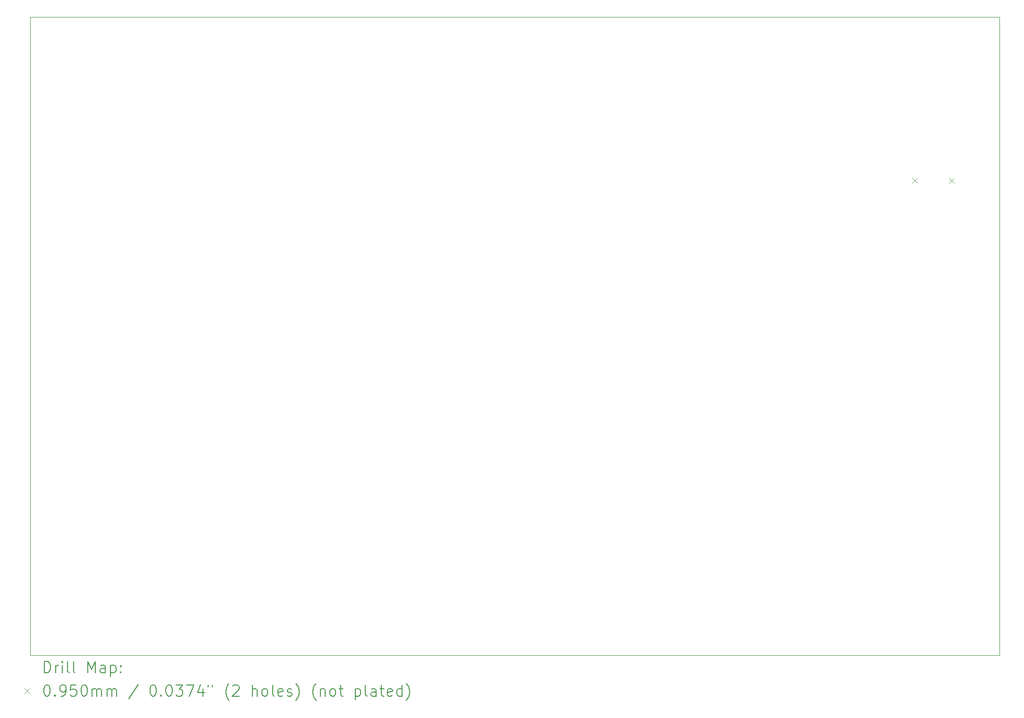
<source format=gbr>
%TF.GenerationSoftware,KiCad,Pcbnew,(6.0.9)*%
%TF.CreationDate,2023-04-17T01:59:31-04:00*%
%TF.ProjectId,TrailCounter,54726169-6c43-46f7-956e-7465722e6b69,rev?*%
%TF.SameCoordinates,Original*%
%TF.FileFunction,Drillmap*%
%TF.FilePolarity,Positive*%
%FSLAX45Y45*%
G04 Gerber Fmt 4.5, Leading zero omitted, Abs format (unit mm)*
G04 Created by KiCad (PCBNEW (6.0.9)) date 2023-04-17 01:59:31*
%MOMM*%
%LPD*%
G01*
G04 APERTURE LIST*
%ADD10C,0.100000*%
%ADD11C,0.200000*%
%ADD12C,0.095000*%
G04 APERTURE END LIST*
D10*
X2810000Y-2250000D02*
X20200000Y-2250000D01*
X20200000Y-2250000D02*
X20200000Y-13700000D01*
X20200000Y-13700000D02*
X2810000Y-13700000D01*
X2810000Y-13700000D02*
X2810000Y-2250000D01*
D11*
D12*
X18632520Y-5132200D02*
X18727520Y-5227200D01*
X18727520Y-5132200D02*
X18632520Y-5227200D01*
X19292520Y-5132200D02*
X19387520Y-5227200D01*
X19387520Y-5132200D02*
X19292520Y-5227200D01*
D11*
X3062619Y-14015476D02*
X3062619Y-13815476D01*
X3110238Y-13815476D01*
X3138809Y-13825000D01*
X3157857Y-13844048D01*
X3167381Y-13863095D01*
X3176905Y-13901190D01*
X3176905Y-13929762D01*
X3167381Y-13967857D01*
X3157857Y-13986905D01*
X3138809Y-14005952D01*
X3110238Y-14015476D01*
X3062619Y-14015476D01*
X3262619Y-14015476D02*
X3262619Y-13882143D01*
X3262619Y-13920238D02*
X3272143Y-13901190D01*
X3281667Y-13891667D01*
X3300714Y-13882143D01*
X3319762Y-13882143D01*
X3386428Y-14015476D02*
X3386428Y-13882143D01*
X3386428Y-13815476D02*
X3376905Y-13825000D01*
X3386428Y-13834524D01*
X3395952Y-13825000D01*
X3386428Y-13815476D01*
X3386428Y-13834524D01*
X3510238Y-14015476D02*
X3491190Y-14005952D01*
X3481667Y-13986905D01*
X3481667Y-13815476D01*
X3615000Y-14015476D02*
X3595952Y-14005952D01*
X3586428Y-13986905D01*
X3586428Y-13815476D01*
X3843571Y-14015476D02*
X3843571Y-13815476D01*
X3910238Y-13958333D01*
X3976905Y-13815476D01*
X3976905Y-14015476D01*
X4157857Y-14015476D02*
X4157857Y-13910714D01*
X4148333Y-13891667D01*
X4129286Y-13882143D01*
X4091190Y-13882143D01*
X4072143Y-13891667D01*
X4157857Y-14005952D02*
X4138809Y-14015476D01*
X4091190Y-14015476D01*
X4072143Y-14005952D01*
X4062619Y-13986905D01*
X4062619Y-13967857D01*
X4072143Y-13948809D01*
X4091190Y-13939286D01*
X4138809Y-13939286D01*
X4157857Y-13929762D01*
X4253095Y-13882143D02*
X4253095Y-14082143D01*
X4253095Y-13891667D02*
X4272143Y-13882143D01*
X4310238Y-13882143D01*
X4329286Y-13891667D01*
X4338810Y-13901190D01*
X4348333Y-13920238D01*
X4348333Y-13977381D01*
X4338810Y-13996428D01*
X4329286Y-14005952D01*
X4310238Y-14015476D01*
X4272143Y-14015476D01*
X4253095Y-14005952D01*
X4434048Y-13996428D02*
X4443571Y-14005952D01*
X4434048Y-14015476D01*
X4424524Y-14005952D01*
X4434048Y-13996428D01*
X4434048Y-14015476D01*
X4434048Y-13891667D02*
X4443571Y-13901190D01*
X4434048Y-13910714D01*
X4424524Y-13901190D01*
X4434048Y-13891667D01*
X4434048Y-13910714D01*
D12*
X2710000Y-14297500D02*
X2805000Y-14392500D01*
X2805000Y-14297500D02*
X2710000Y-14392500D01*
D11*
X3100714Y-14235476D02*
X3119762Y-14235476D01*
X3138809Y-14245000D01*
X3148333Y-14254524D01*
X3157857Y-14273571D01*
X3167381Y-14311667D01*
X3167381Y-14359286D01*
X3157857Y-14397381D01*
X3148333Y-14416428D01*
X3138809Y-14425952D01*
X3119762Y-14435476D01*
X3100714Y-14435476D01*
X3081667Y-14425952D01*
X3072143Y-14416428D01*
X3062619Y-14397381D01*
X3053095Y-14359286D01*
X3053095Y-14311667D01*
X3062619Y-14273571D01*
X3072143Y-14254524D01*
X3081667Y-14245000D01*
X3100714Y-14235476D01*
X3253095Y-14416428D02*
X3262619Y-14425952D01*
X3253095Y-14435476D01*
X3243571Y-14425952D01*
X3253095Y-14416428D01*
X3253095Y-14435476D01*
X3357857Y-14435476D02*
X3395952Y-14435476D01*
X3415000Y-14425952D01*
X3424524Y-14416428D01*
X3443571Y-14387857D01*
X3453095Y-14349762D01*
X3453095Y-14273571D01*
X3443571Y-14254524D01*
X3434048Y-14245000D01*
X3415000Y-14235476D01*
X3376905Y-14235476D01*
X3357857Y-14245000D01*
X3348333Y-14254524D01*
X3338809Y-14273571D01*
X3338809Y-14321190D01*
X3348333Y-14340238D01*
X3357857Y-14349762D01*
X3376905Y-14359286D01*
X3415000Y-14359286D01*
X3434048Y-14349762D01*
X3443571Y-14340238D01*
X3453095Y-14321190D01*
X3634048Y-14235476D02*
X3538809Y-14235476D01*
X3529286Y-14330714D01*
X3538809Y-14321190D01*
X3557857Y-14311667D01*
X3605476Y-14311667D01*
X3624524Y-14321190D01*
X3634048Y-14330714D01*
X3643571Y-14349762D01*
X3643571Y-14397381D01*
X3634048Y-14416428D01*
X3624524Y-14425952D01*
X3605476Y-14435476D01*
X3557857Y-14435476D01*
X3538809Y-14425952D01*
X3529286Y-14416428D01*
X3767381Y-14235476D02*
X3786428Y-14235476D01*
X3805476Y-14245000D01*
X3815000Y-14254524D01*
X3824524Y-14273571D01*
X3834048Y-14311667D01*
X3834048Y-14359286D01*
X3824524Y-14397381D01*
X3815000Y-14416428D01*
X3805476Y-14425952D01*
X3786428Y-14435476D01*
X3767381Y-14435476D01*
X3748333Y-14425952D01*
X3738809Y-14416428D01*
X3729286Y-14397381D01*
X3719762Y-14359286D01*
X3719762Y-14311667D01*
X3729286Y-14273571D01*
X3738809Y-14254524D01*
X3748333Y-14245000D01*
X3767381Y-14235476D01*
X3919762Y-14435476D02*
X3919762Y-14302143D01*
X3919762Y-14321190D02*
X3929286Y-14311667D01*
X3948333Y-14302143D01*
X3976905Y-14302143D01*
X3995952Y-14311667D01*
X4005476Y-14330714D01*
X4005476Y-14435476D01*
X4005476Y-14330714D02*
X4015000Y-14311667D01*
X4034048Y-14302143D01*
X4062619Y-14302143D01*
X4081667Y-14311667D01*
X4091190Y-14330714D01*
X4091190Y-14435476D01*
X4186428Y-14435476D02*
X4186428Y-14302143D01*
X4186428Y-14321190D02*
X4195952Y-14311667D01*
X4215000Y-14302143D01*
X4243571Y-14302143D01*
X4262619Y-14311667D01*
X4272143Y-14330714D01*
X4272143Y-14435476D01*
X4272143Y-14330714D02*
X4281667Y-14311667D01*
X4300714Y-14302143D01*
X4329286Y-14302143D01*
X4348333Y-14311667D01*
X4357857Y-14330714D01*
X4357857Y-14435476D01*
X4748333Y-14225952D02*
X4576905Y-14483095D01*
X5005476Y-14235476D02*
X5024524Y-14235476D01*
X5043571Y-14245000D01*
X5053095Y-14254524D01*
X5062619Y-14273571D01*
X5072143Y-14311667D01*
X5072143Y-14359286D01*
X5062619Y-14397381D01*
X5053095Y-14416428D01*
X5043571Y-14425952D01*
X5024524Y-14435476D01*
X5005476Y-14435476D01*
X4986429Y-14425952D01*
X4976905Y-14416428D01*
X4967381Y-14397381D01*
X4957857Y-14359286D01*
X4957857Y-14311667D01*
X4967381Y-14273571D01*
X4976905Y-14254524D01*
X4986429Y-14245000D01*
X5005476Y-14235476D01*
X5157857Y-14416428D02*
X5167381Y-14425952D01*
X5157857Y-14435476D01*
X5148333Y-14425952D01*
X5157857Y-14416428D01*
X5157857Y-14435476D01*
X5291190Y-14235476D02*
X5310238Y-14235476D01*
X5329286Y-14245000D01*
X5338810Y-14254524D01*
X5348333Y-14273571D01*
X5357857Y-14311667D01*
X5357857Y-14359286D01*
X5348333Y-14397381D01*
X5338810Y-14416428D01*
X5329286Y-14425952D01*
X5310238Y-14435476D01*
X5291190Y-14435476D01*
X5272143Y-14425952D01*
X5262619Y-14416428D01*
X5253095Y-14397381D01*
X5243571Y-14359286D01*
X5243571Y-14311667D01*
X5253095Y-14273571D01*
X5262619Y-14254524D01*
X5272143Y-14245000D01*
X5291190Y-14235476D01*
X5424524Y-14235476D02*
X5548333Y-14235476D01*
X5481667Y-14311667D01*
X5510238Y-14311667D01*
X5529286Y-14321190D01*
X5538810Y-14330714D01*
X5548333Y-14349762D01*
X5548333Y-14397381D01*
X5538810Y-14416428D01*
X5529286Y-14425952D01*
X5510238Y-14435476D01*
X5453095Y-14435476D01*
X5434048Y-14425952D01*
X5424524Y-14416428D01*
X5615000Y-14235476D02*
X5748333Y-14235476D01*
X5662619Y-14435476D01*
X5910238Y-14302143D02*
X5910238Y-14435476D01*
X5862619Y-14225952D02*
X5815000Y-14368809D01*
X5938809Y-14368809D01*
X6005476Y-14235476D02*
X6005476Y-14273571D01*
X6081667Y-14235476D02*
X6081667Y-14273571D01*
X6376905Y-14511667D02*
X6367381Y-14502143D01*
X6348333Y-14473571D01*
X6338809Y-14454524D01*
X6329286Y-14425952D01*
X6319762Y-14378333D01*
X6319762Y-14340238D01*
X6329286Y-14292619D01*
X6338809Y-14264048D01*
X6348333Y-14245000D01*
X6367381Y-14216428D01*
X6376905Y-14206905D01*
X6443571Y-14254524D02*
X6453095Y-14245000D01*
X6472143Y-14235476D01*
X6519762Y-14235476D01*
X6538809Y-14245000D01*
X6548333Y-14254524D01*
X6557857Y-14273571D01*
X6557857Y-14292619D01*
X6548333Y-14321190D01*
X6434048Y-14435476D01*
X6557857Y-14435476D01*
X6795952Y-14435476D02*
X6795952Y-14235476D01*
X6881667Y-14435476D02*
X6881667Y-14330714D01*
X6872143Y-14311667D01*
X6853095Y-14302143D01*
X6824524Y-14302143D01*
X6805476Y-14311667D01*
X6795952Y-14321190D01*
X7005476Y-14435476D02*
X6986428Y-14425952D01*
X6976905Y-14416428D01*
X6967381Y-14397381D01*
X6967381Y-14340238D01*
X6976905Y-14321190D01*
X6986428Y-14311667D01*
X7005476Y-14302143D01*
X7034048Y-14302143D01*
X7053095Y-14311667D01*
X7062619Y-14321190D01*
X7072143Y-14340238D01*
X7072143Y-14397381D01*
X7062619Y-14416428D01*
X7053095Y-14425952D01*
X7034048Y-14435476D01*
X7005476Y-14435476D01*
X7186428Y-14435476D02*
X7167381Y-14425952D01*
X7157857Y-14406905D01*
X7157857Y-14235476D01*
X7338809Y-14425952D02*
X7319762Y-14435476D01*
X7281667Y-14435476D01*
X7262619Y-14425952D01*
X7253095Y-14406905D01*
X7253095Y-14330714D01*
X7262619Y-14311667D01*
X7281667Y-14302143D01*
X7319762Y-14302143D01*
X7338809Y-14311667D01*
X7348333Y-14330714D01*
X7348333Y-14349762D01*
X7253095Y-14368809D01*
X7424524Y-14425952D02*
X7443571Y-14435476D01*
X7481667Y-14435476D01*
X7500714Y-14425952D01*
X7510238Y-14406905D01*
X7510238Y-14397381D01*
X7500714Y-14378333D01*
X7481667Y-14368809D01*
X7453095Y-14368809D01*
X7434048Y-14359286D01*
X7424524Y-14340238D01*
X7424524Y-14330714D01*
X7434048Y-14311667D01*
X7453095Y-14302143D01*
X7481667Y-14302143D01*
X7500714Y-14311667D01*
X7576905Y-14511667D02*
X7586428Y-14502143D01*
X7605476Y-14473571D01*
X7615000Y-14454524D01*
X7624524Y-14425952D01*
X7634048Y-14378333D01*
X7634048Y-14340238D01*
X7624524Y-14292619D01*
X7615000Y-14264048D01*
X7605476Y-14245000D01*
X7586428Y-14216428D01*
X7576905Y-14206905D01*
X7938809Y-14511667D02*
X7929286Y-14502143D01*
X7910238Y-14473571D01*
X7900714Y-14454524D01*
X7891190Y-14425952D01*
X7881667Y-14378333D01*
X7881667Y-14340238D01*
X7891190Y-14292619D01*
X7900714Y-14264048D01*
X7910238Y-14245000D01*
X7929286Y-14216428D01*
X7938809Y-14206905D01*
X8015000Y-14302143D02*
X8015000Y-14435476D01*
X8015000Y-14321190D02*
X8024524Y-14311667D01*
X8043571Y-14302143D01*
X8072143Y-14302143D01*
X8091190Y-14311667D01*
X8100714Y-14330714D01*
X8100714Y-14435476D01*
X8224524Y-14435476D02*
X8205476Y-14425952D01*
X8195952Y-14416428D01*
X8186428Y-14397381D01*
X8186428Y-14340238D01*
X8195952Y-14321190D01*
X8205476Y-14311667D01*
X8224524Y-14302143D01*
X8253095Y-14302143D01*
X8272143Y-14311667D01*
X8281667Y-14321190D01*
X8291190Y-14340238D01*
X8291190Y-14397381D01*
X8281667Y-14416428D01*
X8272143Y-14425952D01*
X8253095Y-14435476D01*
X8224524Y-14435476D01*
X8348333Y-14302143D02*
X8424524Y-14302143D01*
X8376905Y-14235476D02*
X8376905Y-14406905D01*
X8386428Y-14425952D01*
X8405476Y-14435476D01*
X8424524Y-14435476D01*
X8643571Y-14302143D02*
X8643571Y-14502143D01*
X8643571Y-14311667D02*
X8662619Y-14302143D01*
X8700714Y-14302143D01*
X8719762Y-14311667D01*
X8729286Y-14321190D01*
X8738810Y-14340238D01*
X8738810Y-14397381D01*
X8729286Y-14416428D01*
X8719762Y-14425952D01*
X8700714Y-14435476D01*
X8662619Y-14435476D01*
X8643571Y-14425952D01*
X8853095Y-14435476D02*
X8834048Y-14425952D01*
X8824524Y-14406905D01*
X8824524Y-14235476D01*
X9015000Y-14435476D02*
X9015000Y-14330714D01*
X9005476Y-14311667D01*
X8986429Y-14302143D01*
X8948333Y-14302143D01*
X8929286Y-14311667D01*
X9015000Y-14425952D02*
X8995952Y-14435476D01*
X8948333Y-14435476D01*
X8929286Y-14425952D01*
X8919762Y-14406905D01*
X8919762Y-14387857D01*
X8929286Y-14368809D01*
X8948333Y-14359286D01*
X8995952Y-14359286D01*
X9015000Y-14349762D01*
X9081667Y-14302143D02*
X9157857Y-14302143D01*
X9110238Y-14235476D02*
X9110238Y-14406905D01*
X9119762Y-14425952D01*
X9138810Y-14435476D01*
X9157857Y-14435476D01*
X9300714Y-14425952D02*
X9281667Y-14435476D01*
X9243571Y-14435476D01*
X9224524Y-14425952D01*
X9215000Y-14406905D01*
X9215000Y-14330714D01*
X9224524Y-14311667D01*
X9243571Y-14302143D01*
X9281667Y-14302143D01*
X9300714Y-14311667D01*
X9310238Y-14330714D01*
X9310238Y-14349762D01*
X9215000Y-14368809D01*
X9481667Y-14435476D02*
X9481667Y-14235476D01*
X9481667Y-14425952D02*
X9462619Y-14435476D01*
X9424524Y-14435476D01*
X9405476Y-14425952D01*
X9395952Y-14416428D01*
X9386429Y-14397381D01*
X9386429Y-14340238D01*
X9395952Y-14321190D01*
X9405476Y-14311667D01*
X9424524Y-14302143D01*
X9462619Y-14302143D01*
X9481667Y-14311667D01*
X9557857Y-14511667D02*
X9567381Y-14502143D01*
X9586429Y-14473571D01*
X9595952Y-14454524D01*
X9605476Y-14425952D01*
X9615000Y-14378333D01*
X9615000Y-14340238D01*
X9605476Y-14292619D01*
X9595952Y-14264048D01*
X9586429Y-14245000D01*
X9567381Y-14216428D01*
X9557857Y-14206905D01*
M02*

</source>
